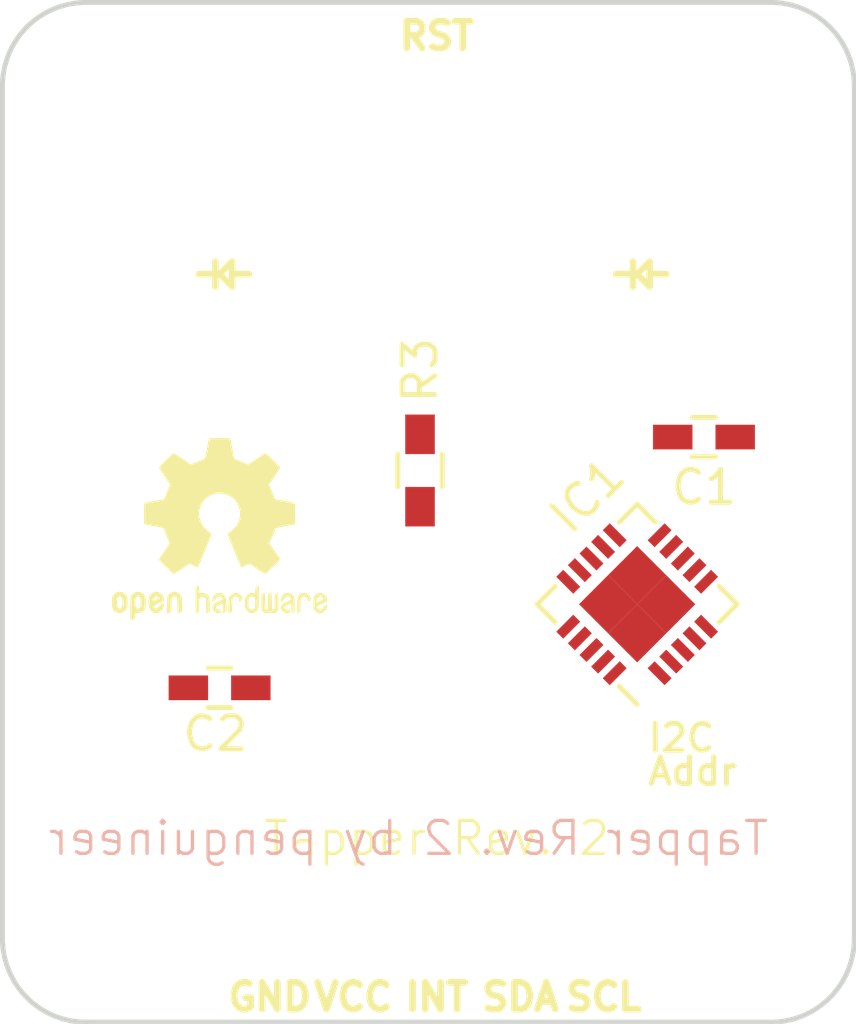
<source format=kicad_pcb>
(kicad_pcb (version 4) (host pcbnew 4.0.5+dfsg1-4~bpo8+1)

  (general
    (links 6)
    (no_connects 6)
    (area 161.05579 51.486999 192.861001 82.625001)
    (thickness 1.6)
    (drawings 30)
    (tracks 0)
    (zones 0)
    (modules 5)
    (nets 14)
  )

  (page A4)
  (layers
    (0 F.Cu mixed)
    (31 B.Cu mixed)
    (32 B.Adhes user hide)
    (33 F.Adhes user hide)
    (34 B.Paste user hide)
    (35 F.Paste user hide)
    (36 B.SilkS user)
    (37 F.SilkS user)
    (38 B.Mask user)
    (39 F.Mask user)
    (40 Dwgs.User user hide)
    (41 Cmts.User user)
    (42 Eco1.User user hide)
    (43 Eco2.User user hide)
    (44 Edge.Cuts user)
    (45 Margin user)
    (46 B.CrtYd user hide)
    (47 F.CrtYd user hide)
    (48 B.Fab user hide)
    (49 F.Fab user hide)
  )

  (setup
    (last_trace_width 0.1524)
    (trace_clearance 0.1524)
    (zone_clearance 0.508)
    (zone_45_only yes)
    (trace_min 0.1524)
    (segment_width 0.2)
    (edge_width 0.15)
    (via_size 0.6858)
    (via_drill 0.3302)
    (via_min_size 0.6858)
    (via_min_drill 0.3302)
    (uvia_size 0.3)
    (uvia_drill 0.1)
    (uvias_allowed no)
    (uvia_min_size 0)
    (uvia_min_drill 0)
    (pcb_text_width 0.3)
    (pcb_text_size 1.5 1.5)
    (mod_edge_width 0.15)
    (mod_text_size 1 1)
    (mod_text_width 0.15)
    (pad_size 2.2352 2.2352)
    (pad_drill 1.016)
    (pad_to_mask_clearance 0.2)
    (aux_axis_origin 141.986 109.982)
    (grid_origin 141.986 109.982)
    (visible_elements FFFEDE7F)
    (pcbplotparams
      (layerselection 0x01008_00000000)
      (usegerberextensions false)
      (excludeedgelayer false)
      (linewidth 0.100000)
      (plotframeref false)
      (viasonmask false)
      (mode 1)
      (useauxorigin false)
      (hpglpennumber 1)
      (hpglpenspeed 20)
      (hpglpendiameter 15)
      (hpglpenoverlay 2)
      (psnegative false)
      (psa4output false)
      (plotreference true)
      (plotvalue false)
      (plotinvisibletext false)
      (padsonsilk false)
      (subtractmaskfromsilk false)
      (outputformat 1)
      (mirror false)
      (drillshape 0)
      (scaleselection 1)
      (outputdirectory gerber-paste/))
  )

  (net 0 "")
  (net 1 VCC_IN)
  (net 2 GND)
  (net 3 INT)
  (net 4 RST)
  (net 5 LED1)
  (net 6 LED2)
  (net 7 SW1)
  (net 8 SW2)
  (net 9 SCL)
  (net 10 SDA)
  (net 11 "Net-(IC1-Pad2)")
  (net 12 "Net-(IC1-Pad3)")
  (net 13 "Net-(IC1-Pad4)")

  (net_class Default "This is the default net class."
    (clearance 0.1524)
    (trace_width 0.1524)
    (via_dia 0.6858)
    (via_drill 0.3302)
    (uvia_dia 0.3)
    (uvia_drill 0.1)
    (add_net "Net-(IC1-Pad2)")
    (add_net "Net-(IC1-Pad3)")
    (add_net "Net-(IC1-Pad4)")
  )

  (net_class DATA ""
    (clearance 0.1524)
    (trace_width 0.1524)
    (via_dia 0.6858)
    (via_drill 0.3302)
    (uvia_dia 0.3)
    (uvia_drill 0.1)
    (add_net INT)
    (add_net LED1)
    (add_net LED2)
    (add_net RST)
    (add_net SCL)
    (add_net SDA)
    (add_net SW1)
    (add_net SW2)
  )

  (net_class PWR ""
    (clearance 0.1524)
    (trace_width 0.2032)
    (via_dia 0.6858)
    (via_drill 0.3302)
    (uvia_dia 0.3)
    (uvia_drill 0.1)
    (add_net GND)
    (add_net VCC_IN)
  )

  (module Housings_DFN_QFN:QFN-20-1EP_4x4mm_Pitch0.5mm (layer F.Cu) (tedit 58F21D85) (tstamp 58CB617C)
    (at 186.182 69.85 135)
    (descr "20-Lead Plastic Quad Flat, No Lead Package (ML) - 4x4x0.9 mm Body [QFN]; (see Microchip Packaging Specification 00000049BS.pdf)")
    (tags "QFN 0.5")
    (path /58CAEEFC)
    (attr smd)
    (fp_text reference IC1 (at 3.412497 1.257236 225) (layer F.SilkS)
      (effects (font (size 1 1) (thickness 0.15)))
    )
    (fp_text value ATTINY84-M (at 0 3.33 135) (layer F.Fab)
      (effects (font (size 1 1) (thickness 0.15)))
    )
    (fp_line (start -1 -2) (end 2 -2) (layer F.Fab) (width 0.15))
    (fp_line (start 2 -2) (end 2 2) (layer F.Fab) (width 0.15))
    (fp_line (start 2 2) (end -2 2) (layer F.Fab) (width 0.15))
    (fp_line (start -2 2) (end -2 -1) (layer F.Fab) (width 0.15))
    (fp_line (start -2 -1) (end -1 -2) (layer F.Fab) (width 0.15))
    (fp_line (start -2.6 -2.6) (end -2.6 2.6) (layer F.CrtYd) (width 0.05))
    (fp_line (start 2.6 -2.6) (end 2.6 2.6) (layer F.CrtYd) (width 0.05))
    (fp_line (start -2.6 -2.6) (end 2.6 -2.6) (layer F.CrtYd) (width 0.05))
    (fp_line (start -2.6 2.6) (end 2.6 2.6) (layer F.CrtYd) (width 0.05))
    (fp_line (start 2.15 -2.15) (end 2.15 -1.375) (layer F.SilkS) (width 0.15))
    (fp_line (start -2.15 2.15) (end -2.15 1.375) (layer F.SilkS) (width 0.15))
    (fp_line (start 2.15 2.15) (end 2.15 1.375) (layer F.SilkS) (width 0.15))
    (fp_line (start -2.15 -2.15) (end -1.375 -2.15) (layer F.SilkS) (width 0.15))
    (fp_line (start -2.15 2.15) (end -1.375 2.15) (layer F.SilkS) (width 0.15))
    (fp_line (start 2.15 2.15) (end 1.375 2.15) (layer F.SilkS) (width 0.15))
    (fp_line (start 2.15 -2.15) (end 1.375 -2.15) (layer F.SilkS) (width 0.15))
    (pad 1 smd rect (at -1.965 -1 135) (size 0.73 0.3) (layers F.Cu F.Paste F.Mask)
      (net 9 SCL))
    (pad 2 smd rect (at -1.965 -0.5 135) (size 0.73 0.3) (layers F.Cu F.Paste F.Mask)
      (net 11 "Net-(IC1-Pad2)"))
    (pad 3 smd rect (at -1.965 0 135) (size 0.73 0.3) (layers F.Cu F.Paste F.Mask)
      (net 12 "Net-(IC1-Pad3)"))
    (pad 4 smd rect (at -1.965 0.5 135) (size 0.73 0.3) (layers F.Cu F.Paste F.Mask)
      (net 13 "Net-(IC1-Pad4)"))
    (pad 5 smd rect (at -1.965 1 135) (size 0.73 0.3) (layers F.Cu F.Paste F.Mask)
      (net 7 SW1))
    (pad 6 smd rect (at -1 1.965 225) (size 0.73 0.3) (layers F.Cu F.Paste F.Mask))
    (pad 7 smd rect (at -0.5 1.965 225) (size 0.73 0.3) (layers F.Cu F.Paste F.Mask))
    (pad 8 smd rect (at 0 1.965 225) (size 0.73 0.3) (layers F.Cu F.Paste F.Mask)
      (net 2 GND))
    (pad 9 smd rect (at 0.5 1.965 225) (size 0.73 0.3) (layers F.Cu F.Paste F.Mask)
      (net 1 VCC_IN))
    (pad 10 smd rect (at 1 1.965 225) (size 0.73 0.3) (layers F.Cu F.Paste F.Mask))
    (pad 11 smd rect (at 1.965 1 135) (size 0.73 0.3) (layers F.Cu F.Paste F.Mask)
      (net 5 LED1))
    (pad 12 smd rect (at 1.965 0.5 135) (size 0.73 0.3) (layers F.Cu F.Paste F.Mask)
      (net 6 LED2))
    (pad 13 smd rect (at 1.965 0 135) (size 0.73 0.3) (layers F.Cu F.Paste F.Mask)
      (net 4 RST))
    (pad 14 smd rect (at 1.965 -0.5 135) (size 0.73 0.3) (layers F.Cu F.Paste F.Mask))
    (pad 15 smd rect (at 1.965 -1 135) (size 0.73 0.3) (layers F.Cu F.Paste F.Mask)
      (net 8 SW2))
    (pad 16 smd rect (at 1 -1.965 225) (size 0.73 0.3) (layers F.Cu F.Paste F.Mask)
      (net 10 SDA))
    (pad 17 smd rect (at 0.5 -1.965 225) (size 0.73 0.3) (layers F.Cu F.Paste F.Mask))
    (pad 18 smd rect (at 0 -1.965 225) (size 0.73 0.3) (layers F.Cu F.Paste F.Mask))
    (pad 19 smd rect (at -0.5 -1.965 225) (size 0.73 0.3) (layers F.Cu F.Paste F.Mask))
    (pad 20 smd rect (at -1 -1.965 225) (size 0.73 0.3) (layers F.Cu F.Paste F.Mask)
      (net 3 INT))
    (pad 21 smd rect (at 0.625 0.625 135) (size 1.25 1.25) (layers F.Cu F.Paste F.Mask)
      (solder_paste_margin_ratio -0.2))
    (pad 21 smd rect (at 0.625 -0.625 135) (size 1.25 1.25) (layers F.Cu F.Paste F.Mask)
      (solder_paste_margin_ratio -0.2))
    (pad 21 smd rect (at -0.625 0.625 135) (size 1.25 1.25) (layers F.Cu F.Paste F.Mask)
      (solder_paste_margin_ratio -0.2))
    (pad 21 smd rect (at -0.625 -0.625 135) (size 1.25 1.25) (layers F.Cu F.Paste F.Mask)
      (solder_paste_margin_ratio -0.2))
    (model Housings_DFN_QFN.3dshapes/QFN-20-1EP_4x4mm_Pitch0.5mm.wrl
      (at (xyz 0 0 0))
      (scale (xyz 1 1 1))
      (rotate (xyz 0 0 0))
    )
  )

  (module Capacitors_SMD:C_0603_HandSoldering (layer F.Cu) (tedit 58F2255A) (tstamp 58C97D02)
    (at 188.214 64.77)
    (descr "Capacitor SMD 0603, hand soldering")
    (tags "capacitor 0603")
    (path /58C880EA)
    (attr smd)
    (fp_text reference C1 (at 0 1.524) (layer F.SilkS)
      (effects (font (size 1 1) (thickness 0.15)))
    )
    (fp_text value 100n (at 0 1.9) (layer F.Fab)
      (effects (font (size 1 1) (thickness 0.15)))
    )
    (fp_line (start -0.8 0.4) (end -0.8 -0.4) (layer F.Fab) (width 0.15))
    (fp_line (start 0.8 0.4) (end -0.8 0.4) (layer F.Fab) (width 0.15))
    (fp_line (start 0.8 -0.4) (end 0.8 0.4) (layer F.Fab) (width 0.15))
    (fp_line (start -0.8 -0.4) (end 0.8 -0.4) (layer F.Fab) (width 0.15))
    (fp_line (start -1.85 -0.75) (end 1.85 -0.75) (layer F.CrtYd) (width 0.05))
    (fp_line (start -1.85 0.75) (end 1.85 0.75) (layer F.CrtYd) (width 0.05))
    (fp_line (start -1.85 -0.75) (end -1.85 0.75) (layer F.CrtYd) (width 0.05))
    (fp_line (start 1.85 -0.75) (end 1.85 0.75) (layer F.CrtYd) (width 0.05))
    (fp_line (start -0.35 -0.6) (end 0.35 -0.6) (layer F.SilkS) (width 0.15))
    (fp_line (start 0.35 0.6) (end -0.35 0.6) (layer F.SilkS) (width 0.15))
    (pad 1 smd rect (at -0.95 0) (size 1.2 0.75) (layers F.Cu F.Paste F.Mask)
      (net 1 VCC_IN))
    (pad 2 smd rect (at 0.95 0) (size 1.2 0.75) (layers F.Cu F.Paste F.Mask)
      (net 2 GND))
    (model Capacitors_SMD.3dshapes/C_0603_HandSoldering.wrl
      (at (xyz 0 0 0))
      (scale (xyz 1 1 1))
      (rotate (xyz 0 0 0))
    )
  )

  (module Capacitors_SMD:C_0603_HandSoldering (layer F.Cu) (tedit 58F250A1) (tstamp 58F0BBAC)
    (at 173.482 72.39 180)
    (descr "Capacitor SMD 0603, hand soldering")
    (tags "capacitor 0603")
    (path /58C950C2)
    (attr smd)
    (fp_text reference C2 (at 0.127 -1.397 180) (layer F.SilkS)
      (effects (font (size 1 1) (thickness 0.15)))
    )
    (fp_text value 3u3 (at 0 1.9 180) (layer F.Fab) hide
      (effects (font (size 1 1) (thickness 0.15)))
    )
    (fp_line (start -0.8 0.4) (end -0.8 -0.4) (layer F.Fab) (width 0.15))
    (fp_line (start 0.8 0.4) (end -0.8 0.4) (layer F.Fab) (width 0.15))
    (fp_line (start 0.8 -0.4) (end 0.8 0.4) (layer F.Fab) (width 0.15))
    (fp_line (start -0.8 -0.4) (end 0.8 -0.4) (layer F.Fab) (width 0.15))
    (fp_line (start -1.85 -0.75) (end 1.85 -0.75) (layer F.CrtYd) (width 0.05))
    (fp_line (start -1.85 0.75) (end 1.85 0.75) (layer F.CrtYd) (width 0.05))
    (fp_line (start -1.85 -0.75) (end -1.85 0.75) (layer F.CrtYd) (width 0.05))
    (fp_line (start 1.85 -0.75) (end 1.85 0.75) (layer F.CrtYd) (width 0.05))
    (fp_line (start -0.35 -0.6) (end 0.35 -0.6) (layer F.SilkS) (width 0.15))
    (fp_line (start 0.35 0.6) (end -0.35 0.6) (layer F.SilkS) (width 0.15))
    (pad 1 smd rect (at -0.95 0 180) (size 1.2 0.75) (layers F.Cu F.Paste F.Mask)
      (net 1 VCC_IN))
    (pad 2 smd rect (at 0.95 0 180) (size 1.2 0.75) (layers F.Cu F.Paste F.Mask)
      (net 2 GND))
    (model Capacitors_SMD.3dshapes/C_0603_HandSoldering.wrl
      (at (xyz 0 0 0))
      (scale (xyz 1 1 1))
      (rotate (xyz 0 0 0))
    )
  )

  (module Resistors_SMD:R_0603_HandSoldering (layer F.Cu) (tedit 58F21D99) (tstamp 58F2338F)
    (at 179.578 65.786 270)
    (descr "Resistor SMD 0603, hand soldering")
    (tags "resistor 0603")
    (path /58C89309)
    (attr smd)
    (fp_text reference R3 (at -3.048 0 270) (layer F.SilkS)
      (effects (font (size 1 1) (thickness 0.15)))
    )
    (fp_text value 10K (at 0 1.9 270) (layer F.Fab)
      (effects (font (size 1 1) (thickness 0.15)))
    )
    (fp_line (start -0.8 0.4) (end -0.8 -0.4) (layer F.Fab) (width 0.1))
    (fp_line (start 0.8 0.4) (end -0.8 0.4) (layer F.Fab) (width 0.1))
    (fp_line (start 0.8 -0.4) (end 0.8 0.4) (layer F.Fab) (width 0.1))
    (fp_line (start -0.8 -0.4) (end 0.8 -0.4) (layer F.Fab) (width 0.1))
    (fp_line (start -2 -0.8) (end 2 -0.8) (layer F.CrtYd) (width 0.05))
    (fp_line (start -2 0.8) (end 2 0.8) (layer F.CrtYd) (width 0.05))
    (fp_line (start -2 -0.8) (end -2 0.8) (layer F.CrtYd) (width 0.05))
    (fp_line (start 2 -0.8) (end 2 0.8) (layer F.CrtYd) (width 0.05))
    (fp_line (start 0.5 0.675) (end -0.5 0.675) (layer F.SilkS) (width 0.15))
    (fp_line (start -0.5 -0.675) (end 0.5 -0.675) (layer F.SilkS) (width 0.15))
    (pad 1 smd rect (at -1.1 0 270) (size 1.2 0.9) (layers F.Cu F.Paste F.Mask)
      (net 1 VCC_IN))
    (pad 2 smd rect (at 1.1 0 270) (size 1.2 0.9) (layers F.Cu F.Paste F.Mask)
      (net 4 RST))
    (model Resistors_SMD.3dshapes/R_0603_HandSoldering.wrl
      (at (xyz 0 0 0))
      (scale (xyz 1 1 1))
      (rotate (xyz 0 0 0))
    )
  )

  (module Symbols:OSHW-Logo2_7.3x6mm_SilkScreen (layer F.Cu) (tedit 0) (tstamp 58F26284)
    (at 173.482 67.564)
    (descr "Open Source Hardware Symbol")
    (tags "Logo Symbol OSHW")
    (attr virtual)
    (fp_text reference REF*** (at 0 0) (layer F.SilkS) hide
      (effects (font (size 1 1) (thickness 0.15)))
    )
    (fp_text value OSHW-Logo2_7.3x6mm_SilkScreen (at 0.75 0) (layer F.Fab) hide
      (effects (font (size 1 1) (thickness 0.15)))
    )
    (fp_poly (pts (xy -2.400256 1.919918) (xy -2.344799 1.947568) (xy -2.295852 1.99848) (xy -2.282371 2.017338)
      (xy -2.267686 2.042015) (xy -2.258158 2.068816) (xy -2.252707 2.104587) (xy -2.250253 2.156169)
      (xy -2.249714 2.224267) (xy -2.252148 2.317588) (xy -2.260606 2.387657) (xy -2.276826 2.439931)
      (xy -2.302546 2.479869) (xy -2.339503 2.512929) (xy -2.342218 2.514886) (xy -2.37864 2.534908)
      (xy -2.422498 2.544815) (xy -2.478276 2.547257) (xy -2.568952 2.547257) (xy -2.56899 2.635283)
      (xy -2.569834 2.684308) (xy -2.574976 2.713065) (xy -2.588413 2.730311) (xy -2.614142 2.744808)
      (xy -2.620321 2.747769) (xy -2.649236 2.761648) (xy -2.671624 2.770414) (xy -2.688271 2.771171)
      (xy -2.699964 2.761023) (xy -2.70749 2.737073) (xy -2.711634 2.696426) (xy -2.713185 2.636186)
      (xy -2.712929 2.553455) (xy -2.711651 2.445339) (xy -2.711252 2.413) (xy -2.709815 2.301524)
      (xy -2.708528 2.228603) (xy -2.569029 2.228603) (xy -2.568245 2.290499) (xy -2.56476 2.330997)
      (xy -2.556876 2.357708) (xy -2.542895 2.378244) (xy -2.533403 2.38826) (xy -2.494596 2.417567)
      (xy -2.460237 2.419952) (xy -2.424784 2.39575) (xy -2.423886 2.394857) (xy -2.409461 2.376153)
      (xy -2.400687 2.350732) (xy -2.396261 2.311584) (xy -2.394882 2.251697) (xy -2.394857 2.23843)
      (xy -2.398188 2.155901) (xy -2.409031 2.098691) (xy -2.42866 2.063766) (xy -2.45835 2.048094)
      (xy -2.475509 2.046514) (xy -2.516234 2.053926) (xy -2.544168 2.07833) (xy -2.560983 2.12298)
      (xy -2.56835 2.19113) (xy -2.569029 2.228603) (xy -2.708528 2.228603) (xy -2.708292 2.215245)
      (xy -2.706323 2.150333) (xy -2.70355 2.102958) (xy -2.699612 2.06929) (xy -2.694151 2.045498)
      (xy -2.686808 2.027753) (xy -2.677223 2.012224) (xy -2.673113 2.006381) (xy -2.618595 1.951185)
      (xy -2.549664 1.91989) (xy -2.469928 1.911165) (xy -2.400256 1.919918)) (layer F.SilkS) (width 0.01))
    (fp_poly (pts (xy -1.283907 1.92778) (xy -1.237328 1.954723) (xy -1.204943 1.981466) (xy -1.181258 2.009484)
      (xy -1.164941 2.043748) (xy -1.154661 2.089227) (xy -1.149086 2.150892) (xy -1.146884 2.233711)
      (xy -1.146629 2.293246) (xy -1.146629 2.512391) (xy -1.208314 2.540044) (xy -1.27 2.567697)
      (xy -1.277257 2.32767) (xy -1.280256 2.238028) (xy -1.283402 2.172962) (xy -1.287299 2.128026)
      (xy -1.292553 2.09877) (xy -1.299769 2.080748) (xy -1.30955 2.069511) (xy -1.312688 2.067079)
      (xy -1.360239 2.048083) (xy -1.408303 2.0556) (xy -1.436914 2.075543) (xy -1.448553 2.089675)
      (xy -1.456609 2.10822) (xy -1.461729 2.136334) (xy -1.464559 2.179173) (xy -1.465744 2.241895)
      (xy -1.465943 2.307261) (xy -1.465982 2.389268) (xy -1.467386 2.447316) (xy -1.472086 2.486465)
      (xy -1.482013 2.51178) (xy -1.499097 2.528323) (xy -1.525268 2.541156) (xy -1.560225 2.554491)
      (xy -1.598404 2.569007) (xy -1.593859 2.311389) (xy -1.592029 2.218519) (xy -1.589888 2.149889)
      (xy -1.586819 2.100711) (xy -1.582206 2.066198) (xy -1.575432 2.041562) (xy -1.565881 2.022016)
      (xy -1.554366 2.00477) (xy -1.49881 1.94968) (xy -1.43102 1.917822) (xy -1.357287 1.910191)
      (xy -1.283907 1.92778)) (layer F.SilkS) (width 0.01))
    (fp_poly (pts (xy -2.958885 1.921962) (xy -2.890855 1.957733) (xy -2.840649 2.015301) (xy -2.822815 2.052312)
      (xy -2.808937 2.107882) (xy -2.801833 2.178096) (xy -2.80116 2.254727) (xy -2.806573 2.329552)
      (xy -2.81773 2.394342) (xy -2.834286 2.440873) (xy -2.839374 2.448887) (xy -2.899645 2.508707)
      (xy -2.971231 2.544535) (xy -3.048908 2.55502) (xy -3.127452 2.53881) (xy -3.149311 2.529092)
      (xy -3.191878 2.499143) (xy -3.229237 2.459433) (xy -3.232768 2.454397) (xy -3.247119 2.430124)
      (xy -3.256606 2.404178) (xy -3.26221 2.370022) (xy -3.264914 2.321119) (xy -3.265701 2.250935)
      (xy -3.265714 2.2352) (xy -3.265678 2.230192) (xy -3.120571 2.230192) (xy -3.119727 2.29643)
      (xy -3.116404 2.340386) (xy -3.109417 2.368779) (xy -3.097584 2.388325) (xy -3.091543 2.394857)
      (xy -3.056814 2.41968) (xy -3.023097 2.418548) (xy -2.989005 2.397016) (xy -2.968671 2.374029)
      (xy -2.956629 2.340478) (xy -2.949866 2.287569) (xy -2.949402 2.281399) (xy -2.948248 2.185513)
      (xy -2.960312 2.114299) (xy -2.98543 2.068194) (xy -3.02344 2.047635) (xy -3.037008 2.046514)
      (xy -3.072636 2.052152) (xy -3.097006 2.071686) (xy -3.111907 2.109042) (xy -3.119125 2.16815)
      (xy -3.120571 2.230192) (xy -3.265678 2.230192) (xy -3.265174 2.160413) (xy -3.262904 2.108159)
      (xy -3.257932 2.071949) (xy -3.249287 2.045299) (xy -3.235995 2.021722) (xy -3.233057 2.017338)
      (xy -3.183687 1.958249) (xy -3.129891 1.923947) (xy -3.064398 1.910331) (xy -3.042158 1.909665)
      (xy -2.958885 1.921962)) (layer F.SilkS) (width 0.01))
    (fp_poly (pts (xy -1.831697 1.931239) (xy -1.774473 1.969735) (xy -1.730251 2.025335) (xy -1.703833 2.096086)
      (xy -1.69849 2.148162) (xy -1.699097 2.169893) (xy -1.704178 2.186531) (xy -1.718145 2.201437)
      (xy -1.745411 2.217973) (xy -1.790388 2.239498) (xy -1.857489 2.269374) (xy -1.857829 2.269524)
      (xy -1.919593 2.297813) (xy -1.970241 2.322933) (xy -2.004596 2.342179) (xy -2.017482 2.352848)
      (xy -2.017486 2.352934) (xy -2.006128 2.376166) (xy -1.979569 2.401774) (xy -1.949077 2.420221)
      (xy -1.93363 2.423886) (xy -1.891485 2.411212) (xy -1.855192 2.379471) (xy -1.837483 2.344572)
      (xy -1.820448 2.318845) (xy -1.787078 2.289546) (xy -1.747851 2.264235) (xy -1.713244 2.250471)
      (xy -1.706007 2.249714) (xy -1.697861 2.26216) (xy -1.69737 2.293972) (xy -1.703357 2.336866)
      (xy -1.714643 2.382558) (xy -1.73005 2.422761) (xy -1.730829 2.424322) (xy -1.777196 2.489062)
      (xy -1.837289 2.533097) (xy -1.905535 2.554711) (xy -1.976362 2.552185) (xy -2.044196 2.523804)
      (xy -2.047212 2.521808) (xy -2.100573 2.473448) (xy -2.13566 2.410352) (xy -2.155078 2.327387)
      (xy -2.157684 2.304078) (xy -2.162299 2.194055) (xy -2.156767 2.142748) (xy -2.017486 2.142748)
      (xy -2.015676 2.174753) (xy -2.005778 2.184093) (xy -1.981102 2.177105) (xy -1.942205 2.160587)
      (xy -1.898725 2.139881) (xy -1.897644 2.139333) (xy -1.860791 2.119949) (xy -1.846 2.107013)
      (xy -1.849647 2.093451) (xy -1.865005 2.075632) (xy -1.904077 2.049845) (xy -1.946154 2.04795)
      (xy -1.983897 2.066717) (xy -2.009966 2.102915) (xy -2.017486 2.142748) (xy -2.156767 2.142748)
      (xy -2.152806 2.106027) (xy -2.12845 2.036212) (xy -2.094544 1.987302) (xy -2.033347 1.937878)
      (xy -1.965937 1.913359) (xy -1.89712 1.911797) (xy -1.831697 1.931239)) (layer F.SilkS) (width 0.01))
    (fp_poly (pts (xy -0.624114 1.851289) (xy -0.619861 1.910613) (xy -0.614975 1.945572) (xy -0.608205 1.96082)
      (xy -0.598298 1.961015) (xy -0.595086 1.959195) (xy -0.552356 1.946015) (xy -0.496773 1.946785)
      (xy -0.440263 1.960333) (xy -0.404918 1.977861) (xy -0.368679 2.005861) (xy -0.342187 2.037549)
      (xy -0.324001 2.077813) (xy -0.312678 2.131543) (xy -0.306778 2.203626) (xy -0.304857 2.298951)
      (xy -0.304823 2.317237) (xy -0.3048 2.522646) (xy -0.350509 2.53858) (xy -0.382973 2.54942)
      (xy -0.400785 2.554468) (xy -0.401309 2.554514) (xy -0.403063 2.540828) (xy -0.404556 2.503076)
      (xy -0.405674 2.446224) (xy -0.406303 2.375234) (xy -0.4064 2.332073) (xy -0.406602 2.246973)
      (xy -0.407642 2.185981) (xy -0.410169 2.144177) (xy -0.414836 2.116642) (xy -0.422293 2.098456)
      (xy -0.433189 2.084698) (xy -0.439993 2.078073) (xy -0.486728 2.051375) (xy -0.537728 2.049375)
      (xy -0.583999 2.071955) (xy -0.592556 2.080107) (xy -0.605107 2.095436) (xy -0.613812 2.113618)
      (xy -0.619369 2.139909) (xy -0.622474 2.179562) (xy -0.623824 2.237832) (xy -0.624114 2.318173)
      (xy -0.624114 2.522646) (xy -0.669823 2.53858) (xy -0.702287 2.54942) (xy -0.720099 2.554468)
      (xy -0.720623 2.554514) (xy -0.721963 2.540623) (xy -0.723172 2.501439) (xy -0.724199 2.4407)
      (xy -0.724998 2.362141) (xy -0.725519 2.269498) (xy -0.725714 2.166509) (xy -0.725714 1.769342)
      (xy -0.678543 1.749444) (xy -0.631371 1.729547) (xy -0.624114 1.851289)) (layer F.SilkS) (width 0.01))
    (fp_poly (pts (xy 0.039744 1.950968) (xy 0.096616 1.972087) (xy 0.097267 1.972493) (xy 0.13244 1.99838)
      (xy 0.158407 2.028633) (xy 0.17667 2.068058) (xy 0.188732 2.121462) (xy 0.196096 2.193651)
      (xy 0.200264 2.289432) (xy 0.200629 2.303078) (xy 0.205876 2.508842) (xy 0.161716 2.531678)
      (xy 0.129763 2.54711) (xy 0.11047 2.554423) (xy 0.109578 2.554514) (xy 0.106239 2.541022)
      (xy 0.103587 2.504626) (xy 0.101956 2.451452) (xy 0.1016 2.408393) (xy 0.101592 2.338641)
      (xy 0.098403 2.294837) (xy 0.087288 2.273944) (xy 0.063501 2.272925) (xy 0.022296 2.288741)
      (xy -0.039914 2.317815) (xy -0.085659 2.341963) (xy -0.109187 2.362913) (xy -0.116104 2.385747)
      (xy -0.116114 2.386877) (xy -0.104701 2.426212) (xy -0.070908 2.447462) (xy -0.019191 2.450539)
      (xy 0.018061 2.450006) (xy 0.037703 2.460735) (xy 0.049952 2.486505) (xy 0.057002 2.519337)
      (xy 0.046842 2.537966) (xy 0.043017 2.540632) (xy 0.007001 2.55134) (xy -0.043434 2.552856)
      (xy -0.095374 2.545759) (xy -0.132178 2.532788) (xy -0.183062 2.489585) (xy -0.211986 2.429446)
      (xy -0.217714 2.382462) (xy -0.213343 2.340082) (xy -0.197525 2.305488) (xy -0.166203 2.274763)
      (xy -0.115322 2.24399) (xy -0.040824 2.209252) (xy -0.036286 2.207288) (xy 0.030821 2.176287)
      (xy 0.072232 2.150862) (xy 0.089981 2.128014) (xy 0.086107 2.104745) (xy 0.062643 2.078056)
      (xy 0.055627 2.071914) (xy 0.00863 2.0481) (xy -0.040067 2.049103) (xy -0.082478 2.072451)
      (xy -0.110616 2.115675) (xy -0.113231 2.12416) (xy -0.138692 2.165308) (xy -0.170999 2.185128)
      (xy -0.217714 2.20477) (xy -0.217714 2.15395) (xy -0.203504 2.080082) (xy -0.161325 2.012327)
      (xy -0.139376 1.989661) (xy -0.089483 1.960569) (xy -0.026033 1.9474) (xy 0.039744 1.950968)) (layer F.SilkS) (width 0.01))
    (fp_poly (pts (xy 0.529926 1.949755) (xy 0.595858 1.974084) (xy 0.649273 2.017117) (xy 0.670164 2.047409)
      (xy 0.692939 2.102994) (xy 0.692466 2.143186) (xy 0.668562 2.170217) (xy 0.659717 2.174813)
      (xy 0.62153 2.189144) (xy 0.602028 2.185472) (xy 0.595422 2.161407) (xy 0.595086 2.148114)
      (xy 0.582992 2.09921) (xy 0.551471 2.064999) (xy 0.507659 2.048476) (xy 0.458695 2.052634)
      (xy 0.418894 2.074227) (xy 0.40545 2.086544) (xy 0.395921 2.101487) (xy 0.389485 2.124075)
      (xy 0.385317 2.159328) (xy 0.382597 2.212266) (xy 0.380502 2.287907) (xy 0.37996 2.311857)
      (xy 0.377981 2.39379) (xy 0.375731 2.451455) (xy 0.372357 2.489608) (xy 0.367006 2.513004)
      (xy 0.358824 2.526398) (xy 0.346959 2.534545) (xy 0.339362 2.538144) (xy 0.307102 2.550452)
      (xy 0.288111 2.554514) (xy 0.281836 2.540948) (xy 0.278006 2.499934) (xy 0.2766 2.430999)
      (xy 0.277598 2.333669) (xy 0.277908 2.318657) (xy 0.280101 2.229859) (xy 0.282693 2.165019)
      (xy 0.286382 2.119067) (xy 0.291864 2.086935) (xy 0.299835 2.063553) (xy 0.310993 2.043852)
      (xy 0.31683 2.03541) (xy 0.350296 1.998057) (xy 0.387727 1.969003) (xy 0.392309 1.966467)
      (xy 0.459426 1.946443) (xy 0.529926 1.949755)) (layer F.SilkS) (width 0.01))
    (fp_poly (pts (xy 1.190117 2.065358) (xy 1.189933 2.173837) (xy 1.189219 2.257287) (xy 1.187675 2.319704)
      (xy 1.185001 2.365085) (xy 1.180894 2.397429) (xy 1.175055 2.420733) (xy 1.167182 2.438995)
      (xy 1.161221 2.449418) (xy 1.111855 2.505945) (xy 1.049264 2.541377) (xy 0.980013 2.55409)
      (xy 0.910668 2.542463) (xy 0.869375 2.521568) (xy 0.826025 2.485422) (xy 0.796481 2.441276)
      (xy 0.778655 2.383462) (xy 0.770463 2.306313) (xy 0.769302 2.249714) (xy 0.769458 2.245647)
      (xy 0.870857 2.245647) (xy 0.871476 2.31055) (xy 0.874314 2.353514) (xy 0.88084 2.381622)
      (xy 0.892523 2.401953) (xy 0.906483 2.417288) (xy 0.953365 2.44689) (xy 1.003701 2.449419)
      (xy 1.051276 2.424705) (xy 1.054979 2.421356) (xy 1.070783 2.403935) (xy 1.080693 2.383209)
      (xy 1.086058 2.352362) (xy 1.088228 2.304577) (xy 1.088571 2.251748) (xy 1.087827 2.185381)
      (xy 1.084748 2.141106) (xy 1.078061 2.112009) (xy 1.066496 2.091173) (xy 1.057013 2.080107)
      (xy 1.01296 2.052198) (xy 0.962224 2.048843) (xy 0.913796 2.070159) (xy 0.90445 2.078073)
      (xy 0.88854 2.095647) (xy 0.87861 2.116587) (xy 0.873278 2.147782) (xy 0.871163 2.196122)
      (xy 0.870857 2.245647) (xy 0.769458 2.245647) (xy 0.77281 2.158568) (xy 0.784726 2.090086)
      (xy 0.807135 2.0386) (xy 0.842124 1.998443) (xy 0.869375 1.977861) (xy 0.918907 1.955625)
      (xy 0.976316 1.945304) (xy 1.029682 1.948067) (xy 1.059543 1.959212) (xy 1.071261 1.962383)
      (xy 1.079037 1.950557) (xy 1.084465 1.918866) (xy 1.088571 1.870593) (xy 1.093067 1.816829)
      (xy 1.099313 1.784482) (xy 1.110676 1.765985) (xy 1.130528 1.75377) (xy 1.143 1.748362)
      (xy 1.190171 1.728601) (xy 1.190117 2.065358)) (layer F.SilkS) (width 0.01))
    (fp_poly (pts (xy 1.779833 1.958663) (xy 1.782048 1.99685) (xy 1.783784 2.054886) (xy 1.784899 2.12818)
      (xy 1.785257 2.205055) (xy 1.785257 2.465196) (xy 1.739326 2.511127) (xy 1.707675 2.539429)
      (xy 1.67989 2.550893) (xy 1.641915 2.550168) (xy 1.62684 2.548321) (xy 1.579726 2.542948)
      (xy 1.540756 2.539869) (xy 1.531257 2.539585) (xy 1.499233 2.541445) (xy 1.453432 2.546114)
      (xy 1.435674 2.548321) (xy 1.392057 2.551735) (xy 1.362745 2.54432) (xy 1.33368 2.521427)
      (xy 1.323188 2.511127) (xy 1.277257 2.465196) (xy 1.277257 1.978602) (xy 1.314226 1.961758)
      (xy 1.346059 1.949282) (xy 1.364683 1.944914) (xy 1.369458 1.958718) (xy 1.373921 1.997286)
      (xy 1.377775 2.056356) (xy 1.380722 2.131663) (xy 1.382143 2.195286) (xy 1.386114 2.445657)
      (xy 1.420759 2.450556) (xy 1.452268 2.447131) (xy 1.467708 2.436041) (xy 1.472023 2.415308)
      (xy 1.475708 2.371145) (xy 1.478469 2.309146) (xy 1.480012 2.234909) (xy 1.480235 2.196706)
      (xy 1.480457 1.976783) (xy 1.526166 1.960849) (xy 1.558518 1.950015) (xy 1.576115 1.944962)
      (xy 1.576623 1.944914) (xy 1.578388 1.958648) (xy 1.580329 1.99673) (xy 1.582282 2.054482)
      (xy 1.584084 2.127227) (xy 1.585343 2.195286) (xy 1.589314 2.445657) (xy 1.6764 2.445657)
      (xy 1.680396 2.21724) (xy 1.684392 1.988822) (xy 1.726847 1.966868) (xy 1.758192 1.951793)
      (xy 1.776744 1.944951) (xy 1.777279 1.944914) (xy 1.779833 1.958663)) (layer F.SilkS) (width 0.01))
    (fp_poly (pts (xy 2.144876 1.956335) (xy 2.186667 1.975344) (xy 2.219469 1.998378) (xy 2.243503 2.024133)
      (xy 2.260097 2.057358) (xy 2.270577 2.1028) (xy 2.276271 2.165207) (xy 2.278507 2.249327)
      (xy 2.278743 2.304721) (xy 2.278743 2.520826) (xy 2.241774 2.53767) (xy 2.212656 2.549981)
      (xy 2.198231 2.554514) (xy 2.195472 2.541025) (xy 2.193282 2.504653) (xy 2.191942 2.451542)
      (xy 2.191657 2.409372) (xy 2.190434 2.348447) (xy 2.187136 2.300115) (xy 2.182321 2.270518)
      (xy 2.178496 2.264229) (xy 2.152783 2.270652) (xy 2.112418 2.287125) (xy 2.065679 2.309458)
      (xy 2.020845 2.333457) (xy 1.986193 2.35493) (xy 1.970002 2.369685) (xy 1.969938 2.369845)
      (xy 1.97133 2.397152) (xy 1.983818 2.423219) (xy 2.005743 2.444392) (xy 2.037743 2.451474)
      (xy 2.065092 2.450649) (xy 2.103826 2.450042) (xy 2.124158 2.459116) (xy 2.136369 2.483092)
      (xy 2.137909 2.487613) (xy 2.143203 2.521806) (xy 2.129047 2.542568) (xy 2.092148 2.552462)
      (xy 2.052289 2.554292) (xy 1.980562 2.540727) (xy 1.943432 2.521355) (xy 1.897576 2.475845)
      (xy 1.873256 2.419983) (xy 1.871073 2.360957) (xy 1.891629 2.305953) (xy 1.922549 2.271486)
      (xy 1.95342 2.252189) (xy 2.001942 2.227759) (xy 2.058485 2.202985) (xy 2.06791 2.199199)
      (xy 2.130019 2.171791) (xy 2.165822 2.147634) (xy 2.177337 2.123619) (xy 2.16658 2.096635)
      (xy 2.148114 2.075543) (xy 2.104469 2.049572) (xy 2.056446 2.047624) (xy 2.012406 2.067637)
      (xy 1.980709 2.107551) (xy 1.976549 2.117848) (xy 1.952327 2.155724) (xy 1.916965 2.183842)
      (xy 1.872343 2.206917) (xy 1.872343 2.141485) (xy 1.874969 2.101506) (xy 1.88623 2.069997)
      (xy 1.911199 2.036378) (xy 1.935169 2.010484) (xy 1.972441 1.973817) (xy 2.001401 1.954121)
      (xy 2.032505 1.94622) (xy 2.067713 1.944914) (xy 2.144876 1.956335)) (layer F.SilkS) (width 0.01))
    (fp_poly (pts (xy 2.6526 1.958752) (xy 2.669948 1.966334) (xy 2.711356 1.999128) (xy 2.746765 2.046547)
      (xy 2.768664 2.097151) (xy 2.772229 2.122098) (xy 2.760279 2.156927) (xy 2.734067 2.175357)
      (xy 2.705964 2.186516) (xy 2.693095 2.188572) (xy 2.686829 2.173649) (xy 2.674456 2.141175)
      (xy 2.669028 2.126502) (xy 2.63859 2.075744) (xy 2.59452 2.050427) (xy 2.53801 2.051206)
      (xy 2.533825 2.052203) (xy 2.503655 2.066507) (xy 2.481476 2.094393) (xy 2.466327 2.139287)
      (xy 2.45725 2.204615) (xy 2.453286 2.293804) (xy 2.452914 2.341261) (xy 2.45273 2.416071)
      (xy 2.451522 2.467069) (xy 2.448309 2.499471) (xy 2.442109 2.518495) (xy 2.43194 2.529356)
      (xy 2.416819 2.537272) (xy 2.415946 2.53767) (xy 2.386828 2.549981) (xy 2.372403 2.554514)
      (xy 2.370186 2.540809) (xy 2.368289 2.502925) (xy 2.366847 2.445715) (xy 2.365998 2.374027)
      (xy 2.365829 2.321565) (xy 2.366692 2.220047) (xy 2.37007 2.143032) (xy 2.377142 2.086023)
      (xy 2.389088 2.044526) (xy 2.40709 2.014043) (xy 2.432327 1.99008) (xy 2.457247 1.973355)
      (xy 2.517171 1.951097) (xy 2.586911 1.946076) (xy 2.6526 1.958752)) (layer F.SilkS) (width 0.01))
    (fp_poly (pts (xy 3.153595 1.966966) (xy 3.211021 2.004497) (xy 3.238719 2.038096) (xy 3.260662 2.099064)
      (xy 3.262405 2.147308) (xy 3.258457 2.211816) (xy 3.109686 2.276934) (xy 3.037349 2.310202)
      (xy 2.990084 2.336964) (xy 2.965507 2.360144) (xy 2.961237 2.382667) (xy 2.974889 2.407455)
      (xy 2.989943 2.423886) (xy 3.033746 2.450235) (xy 3.081389 2.452081) (xy 3.125145 2.431546)
      (xy 3.157289 2.390752) (xy 3.163038 2.376347) (xy 3.190576 2.331356) (xy 3.222258 2.312182)
      (xy 3.265714 2.295779) (xy 3.265714 2.357966) (xy 3.261872 2.400283) (xy 3.246823 2.435969)
      (xy 3.21528 2.476943) (xy 3.210592 2.482267) (xy 3.175506 2.51872) (xy 3.145347 2.538283)
      (xy 3.107615 2.547283) (xy 3.076335 2.55023) (xy 3.020385 2.550965) (xy 2.980555 2.54166)
      (xy 2.955708 2.527846) (xy 2.916656 2.497467) (xy 2.889625 2.464613) (xy 2.872517 2.423294)
      (xy 2.863238 2.367521) (xy 2.859693 2.291305) (xy 2.85941 2.252622) (xy 2.860372 2.206247)
      (xy 2.948007 2.206247) (xy 2.949023 2.231126) (xy 2.951556 2.2352) (xy 2.968274 2.229665)
      (xy 3.004249 2.215017) (xy 3.052331 2.19419) (xy 3.062386 2.189714) (xy 3.123152 2.158814)
      (xy 3.156632 2.131657) (xy 3.16399 2.10622) (xy 3.146391 2.080481) (xy 3.131856 2.069109)
      (xy 3.07941 2.046364) (xy 3.030322 2.050122) (xy 2.989227 2.077884) (xy 2.960758 2.127152)
      (xy 2.951631 2.166257) (xy 2.948007 2.206247) (xy 2.860372 2.206247) (xy 2.861285 2.162249)
      (xy 2.868196 2.095384) (xy 2.881884 2.046695) (xy 2.904096 2.010849) (xy 2.936574 1.982513)
      (xy 2.950733 1.973355) (xy 3.015053 1.949507) (xy 3.085473 1.948006) (xy 3.153595 1.966966)) (layer F.SilkS) (width 0.01))
    (fp_poly (pts (xy 0.10391 -2.757652) (xy 0.182454 -2.757222) (xy 0.239298 -2.756058) (xy 0.278105 -2.753793)
      (xy 0.302538 -2.75006) (xy 0.316262 -2.744494) (xy 0.32294 -2.736727) (xy 0.326236 -2.726395)
      (xy 0.326556 -2.725057) (xy 0.331562 -2.700921) (xy 0.340829 -2.653299) (xy 0.353392 -2.587259)
      (xy 0.368287 -2.507872) (xy 0.384551 -2.420204) (xy 0.385119 -2.417125) (xy 0.40141 -2.331211)
      (xy 0.416652 -2.255304) (xy 0.429861 -2.193955) (xy 0.440054 -2.151718) (xy 0.446248 -2.133145)
      (xy 0.446543 -2.132816) (xy 0.464788 -2.123747) (xy 0.502405 -2.108633) (xy 0.551271 -2.090738)
      (xy 0.551543 -2.090642) (xy 0.613093 -2.067507) (xy 0.685657 -2.038035) (xy 0.754057 -2.008403)
      (xy 0.757294 -2.006938) (xy 0.868702 -1.956374) (xy 1.115399 -2.12484) (xy 1.191077 -2.176197)
      (xy 1.259631 -2.222111) (xy 1.317088 -2.25997) (xy 1.359476 -2.287163) (xy 1.382825 -2.301079)
      (xy 1.385042 -2.302111) (xy 1.40201 -2.297516) (xy 1.433701 -2.275345) (xy 1.481352 -2.234553)
      (xy 1.546198 -2.174095) (xy 1.612397 -2.109773) (xy 1.676214 -2.046388) (xy 1.733329 -1.988549)
      (xy 1.780305 -1.939825) (xy 1.813703 -1.90379) (xy 1.830085 -1.884016) (xy 1.830694 -1.882998)
      (xy 1.832505 -1.869428) (xy 1.825683 -1.847267) (xy 1.80854 -1.813522) (xy 1.779393 -1.7652)
      (xy 1.736555 -1.699308) (xy 1.679448 -1.614483) (xy 1.628766 -1.539823) (xy 1.583461 -1.47286)
      (xy 1.54615 -1.417484) (xy 1.519452 -1.37758) (xy 1.505985 -1.357038) (xy 1.505137 -1.355644)
      (xy 1.506781 -1.335962) (xy 1.519245 -1.297707) (xy 1.540048 -1.248111) (xy 1.547462 -1.232272)
      (xy 1.579814 -1.16171) (xy 1.614328 -1.081647) (xy 1.642365 -1.012371) (xy 1.662568 -0.960955)
      (xy 1.678615 -0.921881) (xy 1.687888 -0.901459) (xy 1.689041 -0.899886) (xy 1.706096 -0.897279)
      (xy 1.746298 -0.890137) (xy 1.804302 -0.879477) (xy 1.874763 -0.866315) (xy 1.952335 -0.851667)
      (xy 2.031672 -0.836551) (xy 2.107431 -0.821982) (xy 2.174264 -0.808978) (xy 2.226828 -0.798555)
      (xy 2.259776 -0.79173) (xy 2.267857 -0.789801) (xy 2.276205 -0.785038) (xy 2.282506 -0.774282)
      (xy 2.287045 -0.753902) (xy 2.290104 -0.720266) (xy 2.291967 -0.669745) (xy 2.292918 -0.598708)
      (xy 2.29324 -0.503524) (xy 2.293257 -0.464508) (xy 2.293257 -0.147201) (xy 2.217057 -0.132161)
      (xy 2.174663 -0.124005) (xy 2.1114 -0.112101) (xy 2.034962 -0.097884) (xy 1.953043 -0.08279)
      (xy 1.9304 -0.078645) (xy 1.854806 -0.063947) (xy 1.788953 -0.049495) (xy 1.738366 -0.036625)
      (xy 1.708574 -0.026678) (xy 1.703612 -0.023713) (xy 1.691426 -0.002717) (xy 1.673953 0.037967)
      (xy 1.654577 0.090322) (xy 1.650734 0.1016) (xy 1.625339 0.171523) (xy 1.593817 0.250418)
      (xy 1.562969 0.321266) (xy 1.562817 0.321595) (xy 1.511447 0.432733) (xy 1.680399 0.681253)
      (xy 1.849352 0.929772) (xy 1.632429 1.147058) (xy 1.566819 1.211726) (xy 1.506979 1.268733)
      (xy 1.456267 1.315033) (xy 1.418046 1.347584) (xy 1.395675 1.363343) (xy 1.392466 1.364343)
      (xy 1.373626 1.356469) (xy 1.33518 1.334578) (xy 1.28133 1.301267) (xy 1.216276 1.259131)
      (xy 1.14594 1.211943) (xy 1.074555 1.16381) (xy 1.010908 1.121928) (xy 0.959041 1.088871)
      (xy 0.922995 1.067218) (xy 0.906867 1.059543) (xy 0.887189 1.066037) (xy 0.849875 1.08315)
      (xy 0.802621 1.107326) (xy 0.797612 1.110013) (xy 0.733977 1.141927) (xy 0.690341 1.157579)
      (xy 0.663202 1.157745) (xy 0.649057 1.143204) (xy 0.648975 1.143) (xy 0.641905 1.125779)
      (xy 0.625042 1.084899) (xy 0.599695 1.023525) (xy 0.567171 0.944819) (xy 0.528778 0.851947)
      (xy 0.485822 0.748072) (xy 0.444222 0.647502) (xy 0.398504 0.536516) (xy 0.356526 0.433703)
      (xy 0.319548 0.342215) (xy 0.288827 0.265201) (xy 0.265622 0.205815) (xy 0.25119 0.167209)
      (xy 0.246743 0.1528) (xy 0.257896 0.136272) (xy 0.287069 0.10993) (xy 0.325971 0.080887)
      (xy 0.436757 -0.010961) (xy 0.523351 -0.116241) (xy 0.584716 -0.232734) (xy 0.619815 -0.358224)
      (xy 0.627608 -0.490493) (xy 0.621943 -0.551543) (xy 0.591078 -0.678205) (xy 0.53792 -0.790059)
      (xy 0.465767 -0.885999) (xy 0.377917 -0.964924) (xy 0.277665 -1.02573) (xy 0.16831 -1.067313)
      (xy 0.053147 -1.088572) (xy -0.064525 -1.088401) (xy -0.18141 -1.065699) (xy -0.294211 -1.019362)
      (xy -0.399631 -0.948287) (xy -0.443632 -0.908089) (xy -0.528021 -0.804871) (xy -0.586778 -0.692075)
      (xy -0.620296 -0.57299) (xy -0.628965 -0.450905) (xy -0.613177 -0.329107) (xy -0.573322 -0.210884)
      (xy -0.509793 -0.099525) (xy -0.422979 0.001684) (xy -0.325971 0.080887) (xy -0.285563 0.111162)
      (xy -0.257018 0.137219) (xy -0.246743 0.152825) (xy -0.252123 0.169843) (xy -0.267425 0.2105)
      (xy -0.291388 0.271642) (xy -0.322756 0.350119) (xy -0.360268 0.44278) (xy -0.402667 0.546472)
      (xy -0.444337 0.647526) (xy -0.49031 0.758607) (xy -0.532893 0.861541) (xy -0.570779 0.953165)
      (xy -0.60266 1.030316) (xy -0.627229 1.089831) (xy -0.64318 1.128544) (xy -0.64909 1.143)
      (xy -0.663052 1.157685) (xy -0.69006 1.157642) (xy -0.733587 1.142099) (xy -0.79711 1.110284)
      (xy -0.797612 1.110013) (xy -0.84544 1.085323) (xy -0.884103 1.067338) (xy -0.905905 1.059614)
      (xy -0.906867 1.059543) (xy -0.923279 1.067378) (xy -0.959513 1.089165) (xy -1.011526 1.122328)
      (xy -1.075275 1.164291) (xy -1.14594 1.211943) (xy -1.217884 1.260191) (xy -1.282726 1.302151)
      (xy -1.336265 1.335227) (xy -1.374303 1.356821) (xy -1.392467 1.364343) (xy -1.409192 1.354457)
      (xy -1.44282 1.326826) (xy -1.48999 1.284495) (xy -1.547342 1.230505) (xy -1.611516 1.167899)
      (xy -1.632503 1.146983) (xy -1.849501 0.929623) (xy -1.684332 0.68722) (xy -1.634136 0.612781)
      (xy -1.590081 0.545972) (xy -1.554638 0.490665) (xy -1.530281 0.450729) (xy -1.519478 0.430036)
      (xy -1.519162 0.428563) (xy -1.524857 0.409058) (xy -1.540174 0.369822) (xy -1.562463 0.31743)
      (xy -1.578107 0.282355) (xy -1.607359 0.215201) (xy -1.634906 0.147358) (xy -1.656263 0.090034)
      (xy -1.662065 0.072572) (xy -1.678548 0.025938) (xy -1.69466 -0.010095) (xy -1.70351 -0.023713)
      (xy -1.72304 -0.032048) (xy -1.765666 -0.043863) (xy -1.825855 -0.057819) (xy -1.898078 -0.072578)
      (xy -1.9304 -0.078645) (xy -2.012478 -0.093727) (xy -2.091205 -0.108331) (xy -2.158891 -0.12102)
      (xy -2.20784 -0.130358) (xy -2.217057 -0.132161) (xy -2.293257 -0.147201) (xy -2.293257 -0.464508)
      (xy -2.293086 -0.568846) (xy -2.292384 -0.647787) (xy -2.290866 -0.704962) (xy -2.288251 -0.744001)
      (xy -2.284254 -0.768535) (xy -2.278591 -0.782195) (xy -2.27098 -0.788611) (xy -2.267857 -0.789801)
      (xy -2.249022 -0.79402) (xy -2.207412 -0.802438) (xy -2.14837 -0.814039) (xy -2.077243 -0.827805)
      (xy -1.999375 -0.84272) (xy -1.920113 -0.857768) (xy -1.844802 -0.871931) (xy -1.778787 -0.884194)
      (xy -1.727413 -0.893539) (xy -1.696025 -0.89895) (xy -1.689041 -0.899886) (xy -1.682715 -0.912404)
      (xy -1.66871 -0.945754) (xy -1.649645 -0.993623) (xy -1.642366 -1.012371) (xy -1.613004 -1.084805)
      (xy -1.578429 -1.16483) (xy -1.547463 -1.232272) (xy -1.524677 -1.283841) (xy -1.509518 -1.326215)
      (xy -1.504458 -1.352166) (xy -1.505264 -1.355644) (xy -1.515959 -1.372064) (xy -1.54038 -1.408583)
      (xy -1.575905 -1.461313) (xy -1.619913 -1.526365) (xy -1.669783 -1.599849) (xy -1.679644 -1.614355)
      (xy -1.737508 -1.700296) (xy -1.780044 -1.765739) (xy -1.808946 -1.813696) (xy -1.82591 -1.84718)
      (xy -1.832633 -1.869205) (xy -1.83081 -1.882783) (xy -1.830764 -1.882869) (xy -1.816414 -1.900703)
      (xy -1.784677 -1.935183) (xy -1.73899 -1.982732) (xy -1.682796 -2.039778) (xy -1.619532 -2.102745)
      (xy -1.612398 -2.109773) (xy -1.53267 -2.18698) (xy -1.471143 -2.24367) (xy -1.426579 -2.28089)
      (xy -1.397743 -2.299685) (xy -1.385042 -2.302111) (xy -1.366506 -2.291529) (xy -1.328039 -2.267084)
      (xy -1.273614 -2.231388) (xy -1.207202 -2.187053) (xy -1.132775 -2.136689) (xy -1.115399 -2.12484)
      (xy -0.868703 -1.956374) (xy -0.757294 -2.006938) (xy -0.689543 -2.036405) (xy -0.616817 -2.066041)
      (xy -0.554297 -2.08967) (xy -0.551543 -2.090642) (xy -0.50264 -2.108543) (xy -0.464943 -2.12368)
      (xy -0.446575 -2.13279) (xy -0.446544 -2.132816) (xy -0.440715 -2.149283) (xy -0.430808 -2.189781)
      (xy -0.417805 -2.249758) (xy -0.402691 -2.32466) (xy -0.386448 -2.409936) (xy -0.385119 -2.417125)
      (xy -0.368825 -2.504986) (xy -0.353867 -2.58474) (xy -0.341209 -2.651319) (xy -0.331814 -2.699653)
      (xy -0.326646 -2.724675) (xy -0.326556 -2.725057) (xy -0.323411 -2.735701) (xy -0.317296 -2.743738)
      (xy -0.304547 -2.749533) (xy -0.2815 -2.753453) (xy -0.244491 -2.755865) (xy -0.189856 -2.757135)
      (xy -0.113933 -2.757629) (xy -0.013056 -2.757714) (xy 0 -2.757714) (xy 0.10391 -2.757652)) (layer F.SilkS) (width 0.01))
  )

  (gr_text "Tapper Rev. 2" (at 180.086 76.962) (layer F.SilkS)
    (effects (font (size 1 1) (thickness 0.1)))
  )
  (gr_text RST (at 180.086 52.578) (layer F.SilkS)
    (effects (font (size 0.8128 0.8128) (thickness 0.2032)))
  )
  (gr_text SCL (at 185.166 81.788) (layer F.SilkS)
    (effects (font (size 0.8128 0.8128) (thickness 0.2032)))
  )
  (gr_text SDA (at 182.626 81.788) (layer F.SilkS)
    (effects (font (size 0.8128 0.8128) (thickness 0.2032)))
  )
  (gr_text INT (at 180.086 81.788) (layer F.SilkS)
    (effects (font (size 0.8128 0.8128) (thickness 0.2032)))
  )
  (gr_text VCC (at 177.546 81.788) (layer F.SilkS)
    (effects (font (size 0.8128 0.8128) (thickness 0.2032)))
  )
  (gr_text GND (at 175.006 81.788) (layer F.SilkS)
    (effects (font (size 0.8128 0.8128) (thickness 0.2032)))
  )
  (gr_text "Tapper Rev. 2 by penguineer\n" (at 190.246 76.962) (layer B.SilkS)
    (effects (font (size 1 1) (thickness 0.1)) (justify left mirror))
  )
  (gr_text I2C (at 186.436 73.914) (layer F.SilkS)
    (effects (font (size 0.8128 0.8128) (thickness 0.1524)) (justify left))
  )
  (gr_text Addr (at 186.436 74.93) (layer F.SilkS)
    (effects (font (size 0.8128 0.8128) (thickness 0.1524)) (justify left))
  )
  (gr_arc (start 190.246 80.01) (end 192.786 80.01) (angle 90) (layer Edge.Cuts) (width 0.15))
  (gr_line (start 192.786 54.102) (end 192.786 80.01) (angle 90) (layer Edge.Cuts) (width 0.15))
  (gr_line (start 166.878 80.01) (end 166.878 54.102) (angle 90) (layer Edge.Cuts) (width 0.15))
  (gr_line (start 190.246 82.55) (end 169.418 82.55) (angle 90) (layer Edge.Cuts) (width 0.15))
  (gr_line (start 169.418 51.562) (end 190.246 51.562) (angle 90) (layer Edge.Cuts) (width 0.15))
  (gr_arc (start 190.246 54.102) (end 190.246 51.562) (angle 90) (layer Edge.Cuts) (width 0.15))
  (gr_arc (start 169.418 54.102) (end 166.878 54.102) (angle 90) (layer Edge.Cuts) (width 0.15))
  (gr_arc (start 169.418 80.01) (end 169.418 82.55) (angle 90) (layer Edge.Cuts) (width 0.15))
  (gr_line (start 186.182 59.817) (end 186.563 59.436) (angle 90) (layer F.SilkS) (width 0.2) (tstamp 58CEA6A4))
  (gr_line (start 186.563 59.436) (end 186.563 60.198) (angle 90) (layer F.SilkS) (width 0.2) (tstamp 58CEA6A3))
  (gr_line (start 186.563 60.198) (end 186.182 59.817) (angle 90) (layer F.SilkS) (width 0.2) (tstamp 58CEA6A2))
  (gr_line (start 186.055 59.436) (end 186.055 60.198) (angle 90) (layer F.SilkS) (width 0.2) (tstamp 58CEA6A1))
  (gr_line (start 186.055 59.817) (end 185.547 59.817) (angle 90) (layer F.SilkS) (width 0.2) (tstamp 58CEA6A0))
  (gr_line (start 186.563 59.817) (end 187.071 59.817) (angle 90) (layer F.SilkS) (width 0.2) (tstamp 58CEA69F))
  (gr_line (start 173.863 59.817) (end 174.371 59.817) (angle 90) (layer F.SilkS) (width 0.2))
  (gr_line (start 173.355 59.817) (end 172.847 59.817) (angle 90) (layer F.SilkS) (width 0.2))
  (gr_line (start 173.355 59.436) (end 173.355 60.198) (angle 90) (layer F.SilkS) (width 0.2))
  (gr_line (start 173.863 60.198) (end 173.482 59.817) (angle 90) (layer F.SilkS) (width 0.2))
  (gr_line (start 173.863 59.436) (end 173.863 60.198) (angle 90) (layer F.SilkS) (width 0.2))
  (gr_line (start 173.482 59.817) (end 173.863 59.436) (angle 90) (layer F.SilkS) (width 0.2))

)

</source>
